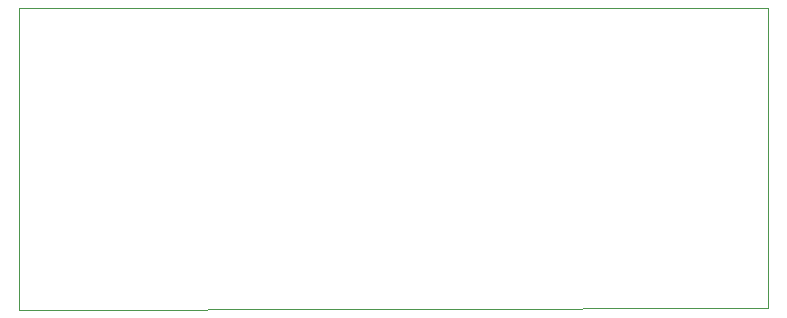
<source format=gbr>
G04 #@! TF.GenerationSoftware,KiCad,Pcbnew,(5.1.4-0)*
G04 #@! TF.CreationDate,2020-02-24T15:23:44-08:00*
G04 #@! TF.ProjectId,3.3V_Rail,332e3356-5f52-4616-996c-2e6b69636164,rev?*
G04 #@! TF.SameCoordinates,Original*
G04 #@! TF.FileFunction,Profile,NP*
%FSLAX46Y46*%
G04 Gerber Fmt 4.6, Leading zero omitted, Abs format (unit mm)*
G04 Created by KiCad (PCBNEW (5.1.4-0)) date 2020-02-24 15:23:44*
%MOMM*%
%LPD*%
G04 APERTURE LIST*
%ADD10C,0.100000*%
G04 APERTURE END LIST*
D10*
X101600000Y-101473000D02*
X101600000Y-75946000D01*
X164973000Y-101346000D02*
X101600000Y-101473000D01*
X164973000Y-75946000D02*
X164973000Y-101346000D01*
X101600000Y-75946000D02*
X164973000Y-75946000D01*
M02*

</source>
